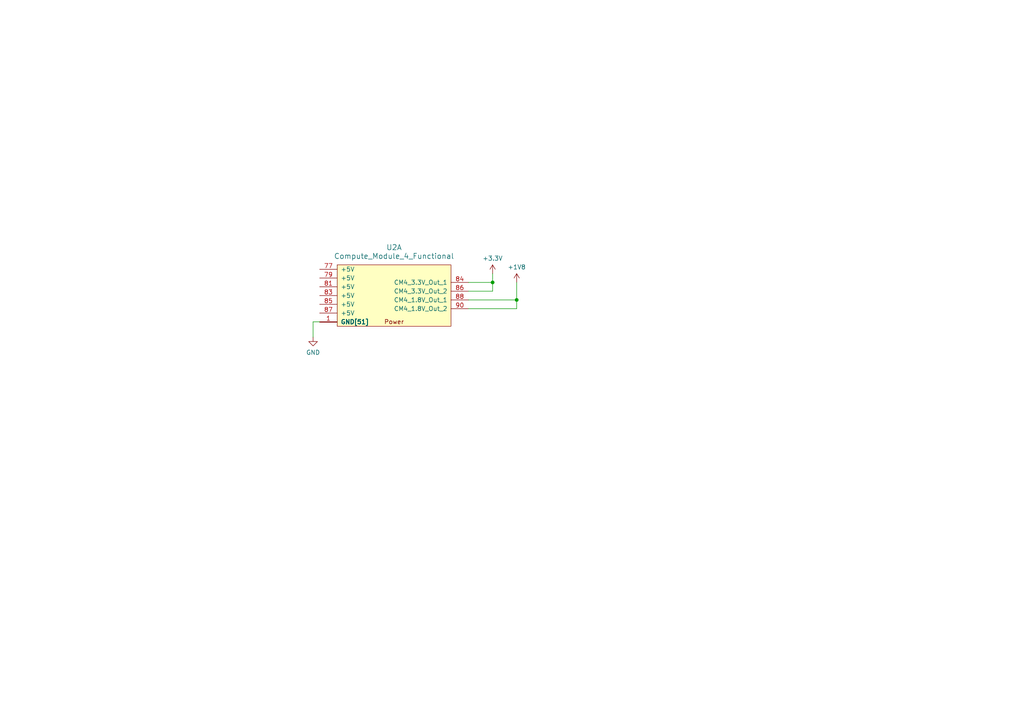
<source format=kicad_sch>
(kicad_sch (version 20230121) (generator eeschema)
  (paper "A4")
  (lib_symbols
    (symbol "Raspberry_Pi_Compute_Module_4:Compute_Module_4_Functional" (pin_names (offset 1.016))
      (property "Reference" "U" (at 5.08 5.08 0))
      (property "Value" "Compute_Module_4_Functional" (at 5.08 7.62 0))
      (symbol "Compute_Module_4_Functional_1_0"
        (text "Power" (at 21.59 -13.97 0) (effects (font (size 1.27 1.27))))
      )
      (symbol "Compute_Module_4_Functional_1_1"
        (rectangle (start 5.08 2.54) (end 38.1 -15.24) (fill (type background)))
        (pin power_in line (at 0 -13.97 0) (length 5.08) (name "GND[51]") (number "1"))
        (pin power_in line (at 0 -13.97 0) (length 5.08) (name "GND[51]") (number "107"))
        (pin power_in line (at 0 -13.97 0) (length 5.08) (name "GND[51]") (number "108"))
        (pin power_in line (at 0 -13.97 0) (length 5.08) (name "GND[51]") (number "113"))
        (pin power_in line (at 0 -13.97 0) (length 5.08) (name "GND[51]") (number "114"))
        (pin power_in line (at 0 -13.97 0) (length 5.08) (name "GND[51]") (number "119"))
        (pin power_in line (at 0 -13.97 0) (length 5.08) (name "GND[51]") (number "120"))
        (pin power_in line (at 0 -13.97 0) (length 5.08) (name "GND[51]") (number "125"))
        (pin power_in line (at 0 -13.97 0) (length 5.08) (name "GND[51]") (number "126"))
        (pin power_in line (at 0 -13.97 0) (length 5.08) (name "GND[51]") (number "13"))
        (pin power_in line (at 0 -13.97 0) (length 5.08) (name "GND[51]") (number "131"))
        (pin power_in line (at 0 -13.97 0) (length 5.08) (name "GND[51]") (number "132"))
        (pin power_in line (at 0 -13.97 0) (length 5.08) (name "GND[51]") (number "137"))
        (pin power_in line (at 0 -13.97 0) (length 5.08) (name "GND[51]") (number "138"))
        (pin power_in line (at 0 -13.97 0) (length 5.08) (name "GND[51]") (number "14"))
        (pin power_in line (at 0 -13.97 0) (length 5.08) (name "GND[51]") (number "144"))
        (pin power_in line (at 0 -13.97 0) (length 5.08) (name "GND[51]") (number "150"))
        (pin power_in line (at 0 -13.97 0) (length 5.08) (name "GND[51]") (number "155"))
        (pin power_in line (at 0 -13.97 0) (length 5.08) (name "GND[51]") (number "156"))
        (pin power_in line (at 0 -13.97 0) (length 5.08) (name "GND[51]") (number "161"))
        (pin power_in line (at 0 -13.97 0) (length 5.08) (name "GND[51]") (number "162"))
        (pin power_in line (at 0 -13.97 0) (length 5.08) (name "GND[51]") (number "167"))
        (pin power_in line (at 0 -13.97 0) (length 5.08) (name "GND[51]") (number "168"))
        (pin power_in line (at 0 -13.97 0) (length 5.08) (name "GND[51]") (number "173"))
        (pin power_in line (at 0 -13.97 0) (length 5.08) (name "GND[51]") (number "174"))
        (pin power_in line (at 0 -13.97 0) (length 5.08) (name "GND[51]") (number "179"))
        (pin power_in line (at 0 -13.97 0) (length 5.08) (name "GND[51]") (number "180"))
        (pin power_in line (at 0 -13.97 0) (length 5.08) (name "GND[51]") (number "185"))
        (pin power_in line (at 0 -13.97 0) (length 5.08) (name "GND[51]") (number "186"))
        (pin power_in line (at 0 -13.97 0) (length 5.08) (name "GND[51]") (number "191"))
        (pin power_in line (at 0 -13.97 0) (length 5.08) (name "GND[51]") (number "192"))
        (pin power_in line (at 0 -13.97 0) (length 5.08) (name "GND[51]") (number "197"))
        (pin power_in line (at 0 -13.97 0) (length 5.08) (name "GND[51]") (number "198"))
        (pin power_in line (at 0 -13.97 0) (length 5.08) (name "GND[51]") (number "2"))
        (pin power_in line (at 0 -13.97 0) (length 5.08) (name "GND[51]") (number "22"))
        (pin power_in line (at 0 -13.97 0) (length 5.08) (name "GND[51]") (number "23"))
        (pin power_in line (at 0 -13.97 0) (length 5.08) (name "GND[51]") (number "32"))
        (pin power_in line (at 0 -13.97 0) (length 5.08) (name "GND[51]") (number "33"))
        (pin power_in line (at 0 -13.97 0) (length 5.08) (name "GND[51]") (number "42"))
        (pin power_in line (at 0 -13.97 0) (length 5.08) (name "GND[51]") (number "43"))
        (pin power_in line (at 0 -13.97 0) (length 5.08) (name "GND[51]") (number "52"))
        (pin power_in line (at 0 -13.97 0) (length 5.08) (name "GND[51]") (number "53"))
        (pin power_in line (at 0 -13.97 0) (length 5.08) (name "GND[51]") (number "59"))
        (pin power_in line (at 0 -13.97 0) (length 5.08) (name "GND[51]") (number "60"))
        (pin power_in line (at 0 -13.97 0) (length 5.08) (name "GND[51]") (number "65"))
        (pin power_in line (at 0 -13.97 0) (length 5.08) (name "GND[51]") (number "66"))
        (pin power_in line (at 0 -13.97 0) (length 5.08) (name "GND[51]") (number "7"))
        (pin power_in line (at 0 -13.97 0) (length 5.08) (name "GND[51]") (number "71"))
        (pin power_in line (at 0 -13.97 0) (length 5.08) (name "GND[51]") (number "74"))
        (pin power_in line (at 0 1.27 0) (length 5.08) (name "+5V") (number "77"))
        (pin power_in line (at 0 -1.27 0) (length 5.08) (name "+5V") (number "79"))
        (pin power_in line (at 0 -13.97 0) (length 5.08) (name "GND[51]") (number "8"))
        (pin power_in line (at 0 -3.81 0) (length 5.08) (name "+5V") (number "81"))
        (pin power_in line (at 0 -6.35 0) (length 5.08) (name "+5V") (number "83"))
        (pin power_out line (at 43.18 -2.54 180) (length 5.08) (name "CM4_3.3V_Out_1") (number "84"))
        (pin power_in line (at 0 -8.89 0) (length 5.08) (name "+5V") (number "85"))
        (pin power_out line (at 43.18 -5.08 180) (length 5.08) (name "CM4_3.3V_Out_2") (number "86"))
        (pin power_in line (at 0 -11.43 0) (length 5.08) (name "+5V") (number "87"))
        (pin power_out line (at 43.18 -7.62 180) (length 5.08) (name "CM4_1.8V_Out_1") (number "88"))
        (pin power_out line (at 43.18 -10.16 180) (length 5.08) (name "CM4_1.8V_Out_2") (number "90"))
        (pin power_in line (at 0 -13.97 0) (length 5.08) (name "GND[51]") (number "98"))
      )
      (symbol "Compute_Module_4_Functional_2_0"
        (text "GPIO" (at 7.62 -69.85 0) (effects (font (size 1.27 1.27))))
      )
      (symbol "Compute_Module_4_Functional_2_1"
        (rectangle (start 5.08 2.54) (end 30.48 -71.12) (fill (type background)))
        (pin passive line (at 35.56 0 180) (length 5.08) (name "GPIO26") (number "24"))
        (pin passive line (at 35.56 -2.54 180) (length 5.08) (name "GPIO21") (number "25"))
        (pin passive line (at 35.56 -5.08 180) (length 5.08) (name "GPIO19") (number "26"))
        (pin passive line (at 35.56 -7.62 180) (length 5.08) (name "GPIO20") (number "27"))
        (pin passive line (at 35.56 -10.16 180) (length 5.08) (name "GPIO13") (number "28"))
        (pin passive line (at 35.56 -12.7 180) (length 5.08) (name "GPIO16") (number "29"))
        (pin passive line (at 35.56 -15.24 180) (length 5.08) (name "GPIO6") (number "30"))
        (pin passive line (at 35.56 -17.78 180) (length 5.08) (name "GPIO12") (number "31"))
        (pin passive line (at 35.56 -20.32 180) (length 5.08) (name "GPIO5") (number "34"))
        (pin passive line (at 35.56 -22.86 180) (length 5.08) (name "ID_SC") (number "35"))
        (pin passive line (at 35.56 -25.4 180) (length 5.08) (name "ID_SD") (number "36"))
        (pin passive line (at 35.56 -27.94 180) (length 5.08) (name "GPIO7") (number "37"))
        (pin passive line (at 35.56 -30.48 180) (length 5.08) (name "GPIO11") (number "38"))
        (pin passive line (at 35.56 -33.02 180) (length 5.08) (name "GPIO8") (number "39"))
        (pin passive line (at 35.56 -35.56 180) (length 5.08) (name "GPIO9") (number "40"))
        (pin passive line (at 35.56 -38.1 180) (length 5.08) (name "GPIO25") (number "41"))
        (pin passive line (at 35.56 -40.64 180) (length 5.08) (name "GPIO10") (number "44"))
        (pin passive line (at 35.56 -43.18 180) (length 5.08) (name "GPIO24") (number "45"))
        (pin passive line (at 35.56 -45.72 180) (length 5.08) (name "GPIO22") (number "46"))
        (pin passive line (at 35.56 -48.26 180) (length 5.08) (name "GPIO23") (number "47"))
        (pin passive line (at 35.56 -50.8 180) (length 5.08) (name "GPIO27") (number "48"))
        (pin passive line (at 35.56 -53.34 180) (length 5.08) (name "GPIO18") (number "49"))
        (pin passive line (at 35.56 -55.88 180) (length 5.08) (name "GPIO17") (number "50"))
        (pin passive line (at 35.56 -58.42 180) (length 5.08) (name "GPIO15") (number "51"))
        (pin passive line (at 35.56 -60.96 180) (length 5.08) (name "GPIO4") (number "54"))
        (pin passive line (at 35.56 -63.5 180) (length 5.08) (name "GPIO14") (number "55"))
        (pin passive line (at 35.56 -66.04 180) (length 5.08) (name "GPIO3") (number "56"))
        (pin passive line (at 35.56 -68.58 180) (length 5.08) (name "GPIO2") (number "58"))
        (pin power_in line (at 0 -33.02 0) (length 5.08) (name "GPIO_VREF") (number "78"))
      )
      (symbol "Compute_Module_4_Functional_3_0"
        (text "Ethernet" (at 10.16 -26.67 0) (effects (font (size 1.27 1.27))))
      )
      (symbol "Compute_Module_4_Functional_3_1"
        (rectangle (start 5.08 2.54) (end 53.34 -27.94) (fill (type background)))
        (pin passive line (at 58.42 -12.7 180) (length 5.08) (name "Ethernet_Pair0_N") (number "10"))
        (pin passive line (at 58.42 -15.24 180) (length 5.08) (name "Ethernet_Pair2_P") (number "11"))
        (pin passive line (at 58.42 -17.78 180) (length 5.08) (name "Ethernet_Pair0_P") (number "12"))
        (pin output line (at 58.42 -20.32 180) (length 5.08) (name "~{Ethernet_nLED3}") (number "15"))
        (pin input line (at 0 -10.16 0) (length 5.08) (name "Ethernet_SYNC_IN") (number "16"))
        (pin output line (at 58.42 -22.86 180) (length 5.08) (name "~{Ethernet_nLED2}") (number "17"))
        (pin input line (at 0 -12.7 0) (length 5.08) (name "Ethernet_SYNC_OUT") (number "18"))
        (pin output line (at 58.42 -25.4 180) (length 5.08) (name "~{Ethernet_nLED1}") (number "19"))
        (pin passive line (at 58.42 0 180) (length 5.08) (name "Ethernet_Pair3_P") (number "3"))
        (pin passive line (at 58.42 -2.54 180) (length 5.08) (name "Ethernet_Pair1_P") (number "4"))
        (pin passive line (at 58.42 -5.08 180) (length 5.08) (name "Ethernet_Pair3_N") (number "5"))
        (pin passive line (at 58.42 -7.62 180) (length 5.08) (name "Ethernet_Pair1_N") (number "6"))
        (pin passive line (at 58.42 -10.16 180) (length 5.08) (name "Ethernet_Pair2_N") (number "9"))
      )
      (symbol "Compute_Module_4_Functional_4_0"
        (text "USB" (at 7.62 -6.35 0) (effects (font (size 1.27 1.27))))
      )
      (symbol "Compute_Module_4_Functional_4_1"
        (rectangle (start 5.08 2.54) (end 20.32 -7.62) (fill (type background)))
        (pin input line (at 25.4 0 180) (length 5.08) (name "USB_OTG_ID") (number "101"))
        (pin passive line (at 25.4 -2.54 180) (length 5.08) (name "USB_N") (number "103"))
        (pin passive line (at 25.4 -5.08 180) (length 5.08) (name "USB_P") (number "105"))
      )
      (symbol "Compute_Module_4_Functional_5_0"
        (text "PCI-E" (at 8.89 -19.05 0) (effects (font (size 1.27 1.27))))
      )
      (symbol "Compute_Module_4_Functional_5_1"
        (rectangle (start 5.08 2.54) (end 25.4 -20.32) (fill (type background)))
        (pin input line (at 30.48 0 180) (length 5.08) (name "~{PCIe_CLK_nREQ}") (number "102"))
        (pin output line (at 30.48 -2.54 180) (length 5.08) (name "~{PCIe_nRST}") (number "109"))
        (pin output line (at 30.48 -5.08 180) (length 5.08) (name "PCIe_CLK_P") (number "110"))
        (pin output line (at 30.48 -7.62 180) (length 5.08) (name "PCIe_CLK_N") (number "112"))
        (pin input line (at 30.48 -10.16 180) (length 5.08) (name "PCIe_RX_P") (number "116"))
        (pin input line (at 30.48 -12.7 180) (length 5.08) (name "PCIe_RX_N") (number "118"))
        (pin output line (at 30.48 -15.24 180) (length 5.08) (name "PCIe_TX_P") (number "122"))
        (pin output line (at 30.48 -17.78 180) (length 5.08) (name "PCIe_TX_N") (number "124"))
      )
      (symbol "Compute_Module_4_Functional_6_0"
        (text "Camera" (at 8.89 -39.37 0) (effects (font (size 1.27 1.27))))
      )
      (symbol "Compute_Module_4_Functional_6_1"
        (rectangle (start 5.08 2.54) (end 20.32 -40.64) (fill (type background)))
        (pin input line (at 25.4 0 180) (length 5.08) (name "CAM1_D0_N") (number "115"))
        (pin input line (at 25.4 -2.54 180) (length 5.08) (name "CAM1_D0_P") (number "117"))
        (pin input line (at 25.4 -5.08 180) (length 5.08) (name "CAM1_D1_N") (number "121"))
        (pin input line (at 25.4 -7.62 180) (length 5.08) (name "CAM1_D1_P") (number "123"))
        (pin input line (at 25.4 -10.16 180) (length 5.08) (name "CAM1_C_N") (number "127"))
        (pin input line (at 25.4 -12.7 180) (length 5.08) (name "CAM0_D0_N") (number "128"))
        (pin input line (at 25.4 -15.24 180) (length 5.08) (name "CAM1_C_P") (number "129"))
        (pin input line (at 25.4 -17.78 180) (length 5.08) (name "CAM0_D0_P") (number "130"))
        (pin input line (at 25.4 -20.32 180) (length 5.08) (name "CAM1_D2_N") (number "133"))
        (pin input line (at 25.4 -22.86 180) (length 5.08) (name "CAM0_D1_N") (number "134"))
        (pin input line (at 25.4 -25.4 180) (length 5.08) (name "CAM1_D2_P") (number "135"))
        (pin input line (at 25.4 -27.94 180) (length 5.08) (name "CAM0_D1_P") (number "136"))
        (pin input line (at 25.4 -30.48 180) (length 5.08) (name "CAM1_D3_N") (number "139"))
        (pin input line (at 25.4 -33.02 180) (length 5.08) (name "CAM0_C_N") (number "140"))
        (pin input line (at 25.4 -35.56 180) (length 5.08) (name "CAM1_D3_P") (number "141"))
        (pin input line (at 25.4 -38.1 180) (length 5.08) (name "CAM0_C_P") (number "142"))
      )
      (symbol "Compute_Module_4_Functional_7_0"
        (text "HDMI" (at 7.62 -39.37 0) (effects (font (size 1.27 1.27))))
      )
      (symbol "Compute_Module_4_Functional_7_1"
        (rectangle (start 5.08 2.54) (end 43.18 -40.64) (fill (type background)))
        (pin input line (at 0 -10.16 0) (length 5.08) (name "HDMI1_HOTPLUG") (number "143"))
        (pin bidirectional line (at 0 -12.7 0) (length 5.08) (name "HDMI1_SDA") (number "145"))
        (pin output line (at 48.26 0 180) (length 5.08) (name "HDMI1_TX2_P") (number "146"))
        (pin open_collector line (at 0 -15.24 0) (length 5.08) (name "HDMI1_SCL") (number "147"))
        (pin output line (at 48.26 -2.54 180) (length 5.08) (name "HDMI1_TX2_N") (number "148"))
        (pin open_collector line (at 0 -17.78 0) (length 5.08) (name "HDMI1_CEC") (number "149"))
        (pin open_collector line (at 0 -20.32 0) (length 5.08) (name "HDMI0_CEC") (number "151"))
        (pin output line (at 48.26 -5.08 180) (length 5.08) (name "HDMI1_TX1_P") (number "152"))
        (pin input line (at 0 -22.86 0) (length 5.08) (name "HDMI0_HOTPLUG") (number "153"))
        (pin output line (at 48.26 -7.62 180) (length 5.08) (name "HDMI1_TX1_N") (number "154"))
        (pin output line (at 48.26 -10.16 180) (length 5.08) (name "HDMI1_TX0_P") (number "158"))
        (pin output line (at 48.26 -12.7 180) (length 5.08) (name "HDMI1_TX0_N") (number "160"))
        (pin output line (at 48.26 -15.24 180) (length 5.08) (name "HDMI1_CLK_P") (number "164"))
        (pin output line (at 48.26 -17.78 180) (length 5.08) (name "HDMI1_CLK_N") (number "166"))
        (pin output line (at 48.26 -20.32 180) (length 5.08) (name "HDMI0_TX2_P") (number "170"))
        (pin output line (at 48.26 -22.86 180) (length 5.08) (name "HDMI0_TX2_N") (number "172"))
        (pin output line (at 48.26 -25.4 180) (length 5.08) (name "HDMI0_TX1_P") (number "176"))
        (pin output line (at 48.26 -27.94 180) (length 5.08) (name "HDMI0_TX1_N") (number "178"))
        (pin output line (at 48.26 -30.48 180) (length 5.08) (name "HDMI0_TX0_P") (number "182"))
        (pin output line (at 48.26 -33.02 180) (length 5.08) (name "HDMI0_TX0_N") (number "184"))
        (pin output line (at 48.26 -35.56 180) (length 5.08) (name "HDMI0_CLK_P") (number "188"))
        (pin output line (at 48.26 -38.1 180) (length 5.08) (name "HDMI0_CLK_N") (number "190"))
        (pin bidirectional line (at 0 -25.4 0) (length 5.08) (name "HDMI0_SDA") (number "199"))
        (pin open_collector line (at 0 -27.94 0) (length 5.08) (name "HDMI0_SCL") (number "200"))
      )
      (symbol "Compute_Module_4_Functional_8_0"
        (text "Display" (at 8.89 -39.37 0) (effects (font (size 1.27 1.27))))
      )
      (symbol "Compute_Module_4_Functional_8_1"
        (rectangle (start 5.08 2.54) (end 20.32 -40.64) (fill (type background)))
        (pin output line (at 25.4 0 180) (length 5.08) (name "DSI0_D0_N") (number "157"))
        (pin output line (at 25.4 -2.54 180) (length 5.08) (name "DSI0_D0_P") (number "159"))
        (pin output line (at 25.4 -5.08 180) (length 5.08) (name "DSI0_D1_N") (number "163"))
        (pin output line (at 25.4 -7.62 180) (length 5.08) (name "DSI0_D1_P") (number "165"))
        (pin output line (at 25.4 -10.16 180) (length 5.08) (name "DSI0_C_N") (number "169"))
        (pin output line (at 25.4 -12.7 180) (length 5.08) (name "DSI0_C_P") (number "171"))
        (pin output line (at 25.4 -15.24 180) (length 5.08) (name "DSI1_D0_N") (number "175"))
        (pin output line (at 25.4 -17.78 180) (length 5.08) (name "DSI1_D0_P") (number "177"))
        (pin output line (at 25.4 -20.32 180) (length 5.08) (name "DSI1_D1_N") (number "181"))
        (pin output line (at 25.4 -22.86 180) (length 5.08) (name "DSI1_D1_P") (number "183"))
        (pin output line (at 25.4 -25.4 180) (length 5.08) (name "DSI1_C_N") (number "187"))
        (pin output line (at 25.4 -27.94 180) (length 5.08) (name "DSI1_C_P") (number "189"))
        (pin output line (at 25.4 -30.48 180) (length 5.08) (name "DSI1_D2_N") (number "193"))
        (pin output line (at 25.4 -33.02 180) (length 5.08) (name "DSI1_D3_N") (number "194"))
        (pin output line (at 25.4 -35.56 180) (length 5.08) (name "DSI1_D2_P") (number "195"))
        (pin output line (at 25.4 -38.1 180) (length 5.08) (name "DSI1_D3_P") (number "196"))
      )
      (symbol "Compute_Module_4_Functional_9_0"
        (text "SD Card" (at 10.16 -26.67 0) (effects (font (size 1.27 1.27))))
      )
      (symbol "Compute_Module_4_Functional_9_1"
        (rectangle (start 5.08 2.54) (end 43.18 -27.94) (fill (type background)))
        (pin passive line (at 48.26 0 180) (length 5.08) (name "SD_CLK") (number "57"))
        (pin passive line (at 48.26 -2.54 180) (length 5.08) (name "SD_DAT3") (number "61"))
        (pin passive line (at 48.26 -5.08 180) (length 5.08) (name "SD_CMD") (number "62"))
        (pin passive line (at 48.26 -7.62 180) (length 5.08) (name "SD_DAT0") (number "63"))
        (pin passive line (at 48.26 -10.16 180) (length 5.08) (name "SD_DAT5") (number "64"))
        (pin passive line (at 48.26 -12.7 180) (length 5.08) (name "SD_DAT1") (number "67"))
        (pin passive line (at 48.26 -15.24 180) (length 5.08) (name "SD_DAT4") (number "68"))
        (pin passive line (at 48.26 -17.78 180) (length 5.08) (name "SD_DAT2") (number "69"))
        (pin passive line (at 48.26 -20.32 180) (length 5.08) (name "SD_DAT7") (number "70"))
        (pin passive line (at 48.26 -22.86 180) (length 5.08) (name "SD_DAT6") (number "72"))
        (pin input line (at 0 -12.7 0) (length 5.08) (name "SD_VDD_Override") (number "73"))
        (pin output line (at 48.26 -25.4 180) (length 5.08) (name "SD_PWR_ON") (number "75"))
      )
      (symbol "Compute_Module_4_Functional_10_0"
        (text "Miscellaneous" (at 12.7 -39.37 0) (effects (font (size 1.27 1.27))))
      )
      (symbol "Compute_Module_4_Functional_10_1"
        (rectangle (start 5.08 2.54) (end 43.18 -40.64) (fill (type background)))
        (pin output line (at 48.26 -15.24 180) (length 5.08) (name "~{nEXTRST}") (number "100"))
        (pin no_connect line (at 0 -33.02 0) (length 5.08) (name "Reserved") (number "104"))
        (pin no_connect line (at 0 -35.56 0) (length 5.08) (name "Reserved") (number "106"))
        (pin output line (at 48.26 -38.1 180) (length 5.08) (name "VDAC_COMP") (number "111"))
        (pin input line (at 0 -10.16 0) (length 5.08) (name "EEPROM_nWP") (number "20"))
        (pin open_collector line (at 48.26 -2.54 180) (length 5.08) (name "~{Pi_nLED_Activity}") (number "21"))
        (pin no_connect line (at 0 -30.48 0) (length 5.08) (name "Reserved") (number "76"))
        (pin bidirectional line (at 48.26 -31.75 180) (length 5.08) (name "I2C_SCL0") (number "80"))
        (pin bidirectional line (at 48.26 -34.29 180) (length 5.08) (name "I2C_SDA0") (number "82"))
        (pin input line (at 0 0 0) (length 5.08) (name "~{WL_nDisable}") (number "89"))
        (pin input line (at 0 -2.54 0) (length 5.08) (name "~{BT_nDisable}") (number "91"))
        (pin passive line (at 48.26 -11.43 180) (length 5.08) (name "RUN_PG") (number "92"))
        (pin input line (at 0 -15.24 0) (length 5.08) (name "~{nRPIBOOT}") (number "93"))
        (pin passive line (at 0 -22.86 0) (length 5.08) (name "AnalogIP1") (number "94"))
        (pin output line (at 48.26 -6.35 180) (length 5.08) (name "~{PI_LED_nPWR}") (number "95"))
        (pin passive line (at 0 -25.4 0) (length 5.08) (name "AnalogIP0") (number "96"))
        (pin input line (at 0 -5.08 0) (length 5.08) (name "Camera_GPIO") (number "97"))
        (pin input line (at 0 -17.78 0) (length 5.08) (name "GLOBAL_EN") (number "99"))
      )
    )
    (symbol "power:+1V8" (power) (pin_names (offset 0))
      (property "Value" "+1V8" (at 0 3.556 0))
      (symbol "+1V8_0_1"
        (polyline (pts (xy -0.762 1.27) (xy 0 2.54)))
        (polyline (pts (xy 0 0) (xy 0 2.54)))
        (polyline (pts (xy 0 2.54) (xy 0.762 1.27)))
      )
      (symbol "+1V8_1_1"
        (pin power_in line (at 0 0 90) (length 0) hide (name "+1V8") (number "1"))
      )
    )
    (symbol "power:+3.3V" (power) (pin_names (offset 0))
      (property "Value" "+3.3V" (at 0 3.556 0))
      (symbol "+3.3V_0_1"
        (polyline (pts (xy -0.762 1.27) (xy 0 2.54)))
        (polyline (pts (xy 0 0) (xy 0 2.54)))
        (polyline (pts (xy 0 2.54) (xy 0.762 1.27)))
      )
      (symbol "+3.3V_1_1"
        (pin power_in line (at 0 0 90) (length 0) hide (name "+3.3V") (number "1"))
      )
    )
    (symbol "power:GND" (power) (pin_names (offset 0))
      (property "Value" "GND" (at 0 -3.81 0))
      (symbol "GND_0_1"
        (polyline (pts (xy 0 0) (xy 0 -1.27) (xy 1.27 -1.27) (xy 0 -2.54) (xy -1.27 -1.27) (xy 0 -1.27)))
      )
      (symbol "GND_1_1"
        (pin power_in line (at 0 0 270) (length 0) hide (name "GND") (number "1"))
      )
    )
  )
  (junction (at 142.875 81.915))
  (junction (at 149.86 86.995))
  (wire (pts (xy 142.875 81.915) (xy 142.875 84.455)))
  (wire (pts (xy 149.86 86.995) (xy 149.86 89.535)))
  (wire (pts (xy 142.875 84.455) (xy 135.89 84.455)))
  (wire (pts (xy 149.86 81.915) (xy 149.86 86.995)))
  (wire (pts (xy 142.875 79.375) (xy 142.875 81.915)))
  (wire (pts (xy 92.71 93.345) (xy 90.805 93.345)))
  (wire (pts (xy 149.86 89.535) (xy 135.89 89.535)))
  (wire (pts (xy 90.805 93.345) (xy 90.805 97.79)))
  (wire (pts (xy 135.89 81.915) (xy 142.875 81.915)))
  (wire (pts (xy 135.89 86.995) (xy 149.86 86.995)))
  (symbol (lib_id "power:+1V8") (at 149.86 81.915 0) (unit 1)
    (property "Reference" "#PWR017" (effects hide))
    (property "Value" "+1V8" (at 149.86 77.47 0))
  )
  (symbol (lib_id "power:+3.3V") (at 142.875 79.375 0) (unit 1)
    (property "Reference" "#PWR016" (effects hide))
    (property "Value" "+3.3V" (at 142.875 74.93 0))
  )
  (symbol (lib_id "Raspberry_Pi_Compute_Module_4:Compute_Module_4_Functional") (at 92.71 79.375 0) (unit 1)
    (property "Reference" "U2" (at 114.3 71.755 0) (effects (font (size 1.524 1.524))))
    (property "Value" "Compute_Module_4_Functional" (at 114.3 74.295 0) (effects (font (size 1.524 1.524))))
    (property "Footprint" "RPi_Compute_Module_4:Raspberry-Pi-4-Compute-Module" (effects hide))
    (instances (project "CM4Emulator" (path "" (reference "U2") (unit 1)) (path "" (reference "U1") (unit 1))))
  )
  (symbol (lib_id "power:GND") (at 90.805 97.79 0) (unit 1)
    (property "Reference" "#PWR02" (effects hide))
    (property "Value" "GND" (at 90.805 102.235 0))
  )
)
</source>
